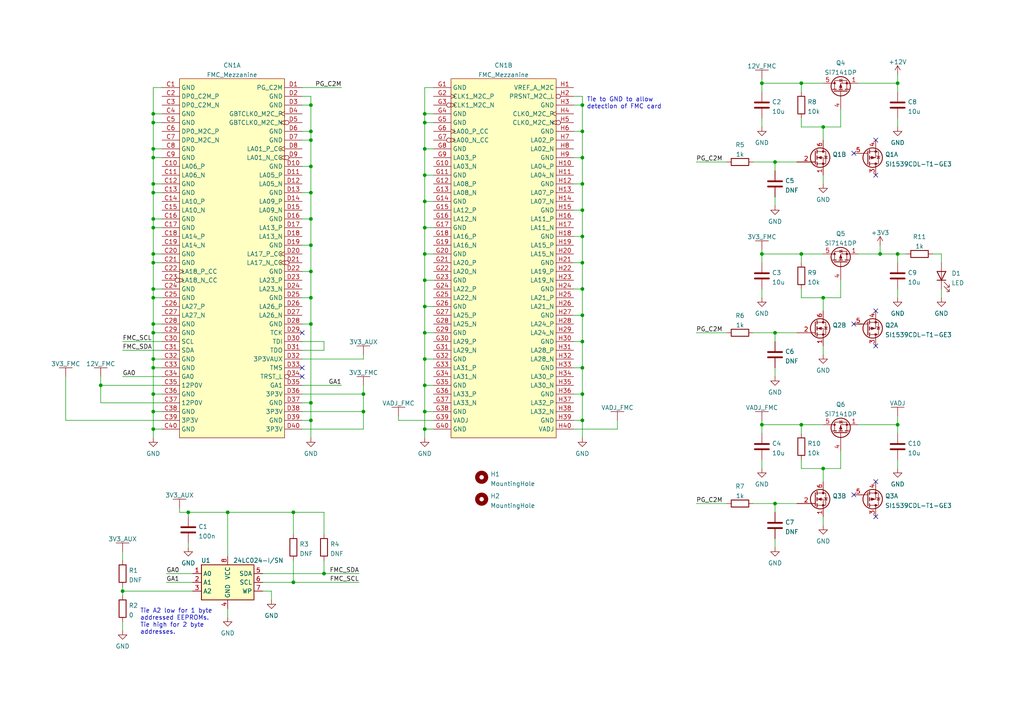
<source format=kicad_sch>
(kicad_sch (version 20210621) (generator eeschema)
  (paper "A4")
  (lib_symbols
    (symbol "3V3_FMC_1" (power) (in_bom no) (on_board no)
      (property "Value" "3V3_FMC_1" (at 0 3.81 0))
      (symbol "3V3_FMC_1_1_1"
        (pin power_in line (at 0 0 90) (length 0) hide (name "3V3_FMC") (number "1"))
      )
    )
    (symbol "3V3_FMC_2" (power) (in_bom no) (on_board no)
      (property "Value" "3V3_FMC_2" (at 0 3.81 0))
      (symbol "3V3_FMC_2_1_1"
        (pin power_in line (at 0 0 90) (length 0) hide (name "3V3_FMC") (number "1"))
      )
    )
    (symbol "Connector_WUT:FMC_Mezzanine"
      (property "Reference" "CN" (at 0 3.81 0))
      (property "Value" "FMC_Mezzanine" (at 0 -104.14 0))
      (symbol "FMC_Mezzanine_1_1"
        (pin power_in line (at -20.32 0 0) (length 5.08) (name "GND") (number "C1"))
        (pin passive line (at -20.32 -22.86 0) (length 5.08) (name "LA06_P") (number "C10"))
        (pin passive line (at -20.32 -25.4 0) (length 5.08) (name "LA06_N") (number "C11"))
        (pin power_in line (at -20.32 -27.94 0) (length 5.08) (name "GND") (number "C12"))
        (pin power_in line (at -20.32 -30.48 0) (length 5.08) (name "GND") (number "C13"))
        (pin passive line (at -20.32 -33.02 0) (length 5.08) (name "LA10_P") (number "C14"))
        (pin passive line (at -20.32 -35.56 0) (length 5.08) (name "LA10_N") (number "C15"))
        (pin power_in line (at -20.32 -38.1 0) (length 5.08) (name "GND") (number "C16"))
        (pin power_in line (at -20.32 -40.64 0) (length 5.08) (name "GND") (number "C17"))
        (pin passive line (at -20.32 -43.18 0) (length 5.08) (name "LA14_P") (number "C18"))
        (pin passive line (at -20.32 -45.72 0) (length 5.08) (name "LA14_N") (number "C19"))
        (pin input line (at -20.32 -2.54 0) (length 5.08) (name "DP0_C2M_P") (number "C2"))
        (pin power_in line (at -20.32 -48.26 0) (length 5.08) (name "GND") (number "C20"))
        (pin power_in line (at -20.32 -50.8 0) (length 5.08) (name "GND") (number "C21"))
        (pin bidirectional clock (at -20.32 -53.34 0) (length 5.08) (name "LA18_P_CC") (number "C22"))
        (pin bidirectional inverted_clock (at -20.32 -55.88 0) (length 5.08) (name "LA18_N_CC") (number "C23"))
        (pin power_in line (at -20.32 -58.42 0) (length 5.08) (name "GND") (number "C24"))
        (pin power_in line (at -20.32 -60.96 0) (length 5.08) (name "GND") (number "C25"))
        (pin passive line (at -20.32 -63.5 0) (length 5.08) (name "LA27_P") (number "C26"))
        (pin passive line (at -20.32 -66.04 0) (length 5.08) (name "LA27_N") (number "C27"))
        (pin power_in line (at -20.32 -68.58 0) (length 5.08) (name "GND") (number "C28"))
        (pin power_in line (at -20.32 -71.12 0) (length 5.08) (name "GND") (number "C29"))
        (pin input line (at -20.32 -5.08 0) (length 5.08) (name "DP0_C2M_N") (number "C3"))
        (pin input line (at -20.32 -73.66 0) (length 5.08) (name "SCL") (number "C30"))
        (pin bidirectional line (at -20.32 -76.2 0) (length 5.08) (name "SDA") (number "C31"))
        (pin power_in line (at -20.32 -78.74 0) (length 5.08) (name "GND") (number "C32"))
        (pin power_in line (at -20.32 -81.28 0) (length 5.08) (name "GND") (number "C33"))
        (pin input line (at -20.32 -83.82 0) (length 5.08) (name "GA0") (number "C34"))
        (pin input line (at -20.32 -86.36 0) (length 5.08) (name "12P0V") (number "C35"))
        (pin power_in line (at -20.32 -88.9 0) (length 5.08) (name "GND") (number "C36"))
        (pin input line (at -20.32 -91.44 0) (length 5.08) (name "12P0V") (number "C37"))
        (pin power_in line (at -20.32 -93.98 0) (length 5.08) (name "GND") (number "C38"))
        (pin power_in line (at -20.32 -96.52 0) (length 5.08) (name "3P3V") (number "C39"))
        (pin power_in line (at -20.32 -7.62 0) (length 5.08) (name "GND") (number "C4"))
        (pin power_in line (at -20.32 -99.06 0) (length 5.08) (name "GND") (number "C40"))
        (pin power_in line (at -20.32 -10.16 0) (length 5.08) (name "GND") (number "C5"))
        (pin output line (at -20.32 -12.7 0) (length 5.08) (name "DP0_M2C_P") (number "C6"))
        (pin output line (at -20.32 -15.24 0) (length 5.08) (name "DP0_M2C_N") (number "C7"))
        (pin power_in line (at -20.32 -17.78 0) (length 5.08) (name "GND") (number "C8"))
        (pin power_in line (at -20.32 -20.32 0) (length 5.08) (name "GND") (number "C9"))
        (pin input line (at 20.32 0 180) (length 5.08) (name "PG_C2M") (number "D1"))
        (pin power_in line (at 20.32 -22.86 180) (length 5.08) (name "GND") (number "D10"))
        (pin passive line (at 20.32 -25.4 180) (length 5.08) (name "LA05_P") (number "D11"))
        (pin passive line (at 20.32 -27.94 180) (length 5.08) (name "LA05_N") (number "D12"))
        (pin power_in line (at 20.32 -30.48 180) (length 5.08) (name "GND") (number "D13"))
        (pin passive line (at 20.32 -33.02 180) (length 5.08) (name "LA09_P") (number "D14"))
        (pin passive line (at 20.32 -35.56 180) (length 5.08) (name "LA09_N") (number "D15"))
        (pin power_in line (at 20.32 -38.1 180) (length 5.08) (name "GND") (number "D16"))
        (pin passive line (at 20.32 -40.64 180) (length 5.08) (name "LA13_P") (number "D17"))
        (pin passive line (at 20.32 -43.18 180) (length 5.08) (name "LA13_N") (number "D18"))
        (pin power_in line (at 20.32 -45.72 180) (length 5.08) (name "GND") (number "D19"))
        (pin power_in line (at 20.32 -2.54 180) (length 5.08) (name "GND") (number "D2"))
        (pin bidirectional clock (at 20.32 -48.26 180) (length 5.08) (name "LA17_P_CC") (number "D20"))
        (pin bidirectional inverted_clock (at 20.32 -50.8 180) (length 5.08) (name "LA17_N_CC") (number "D21"))
        (pin power_in line (at 20.32 -53.34 180) (length 5.08) (name "GND") (number "D22"))
        (pin passive line (at 20.32 -55.88 180) (length 5.08) (name "LA23_P") (number "D23"))
        (pin passive line (at 20.32 -58.42 180) (length 5.08) (name "LA23_N") (number "D24"))
        (pin power_in line (at 20.32 -60.96 180) (length 5.08) (name "GND") (number "D25"))
        (pin passive line (at 20.32 -63.5 180) (length 5.08) (name "LA26_P") (number "D26"))
        (pin passive line (at 20.32 -66.04 180) (length 5.08) (name "LA26_N") (number "D27"))
        (pin power_in line (at 20.32 -68.58 180) (length 5.08) (name "GND") (number "D28"))
        (pin input line (at 20.32 -71.12 180) (length 5.08) (name "TCK") (number "D29"))
        (pin power_in line (at 20.32 -5.08 180) (length 5.08) (name "GND") (number "D3"))
        (pin input line (at 20.32 -73.66 180) (length 5.08) (name "TDI") (number "D30"))
        (pin output line (at 20.32 -76.2 180) (length 5.08) (name "TDO") (number "D31"))
        (pin power_in line (at 20.32 -78.74 180) (length 5.08) (name "3P3VAUX") (number "D32"))
        (pin passive line (at 20.32 -81.28 180) (length 5.08) (name "TMS") (number "D33"))
        (pin open_collector inverted (at 20.32 -83.82 180) (length 5.08) (name "TRST_L") (number "D34"))
        (pin input line (at 20.32 -86.36 180) (length 5.08) (name "GA1") (number "D35"))
        (pin power_in line (at 20.32 -88.9 180) (length 5.08) (name "3P3V") (number "D36"))
        (pin power_in line (at 20.32 -91.44 180) (length 5.08) (name "GND") (number "D37"))
        (pin power_in line (at 20.32 -93.98 180) (length 5.08) (name "3P3V") (number "D38"))
        (pin power_in line (at 20.32 -96.52 180) (length 5.08) (name "GND") (number "D39"))
        (pin passive clock (at 20.32 -7.62 180) (length 5.08) (name "GBTCLK0_M2C_P") (number "D4"))
        (pin power_in line (at 20.32 -99.06 180) (length 5.08) (name "3P3V") (number "D40"))
        (pin passive inverted_clock (at 20.32 -10.16 180) (length 5.08) (name "GBTCLK0_M2C_N") (number "D5"))
        (pin power_in line (at 20.32 -12.7 180) (length 5.08) (name "GND") (number "D6"))
        (pin power_in line (at 20.32 -15.24 180) (length 5.08) (name "GND") (number "D7"))
        (pin bidirectional clock (at 20.32 -17.78 180) (length 5.08) (name "LA01_P_CC") (number "D8"))
        (pin bidirectional inverted_clock (at 20.32 -20.32 180) (length 5.08) (name "LA01_N_CC") (number "D9"))
      )
      (symbol "FMC_Mezzanine_2_1"
        (pin power_in line (at -20.32 0 0) (length 5.08) (name "GND") (number "G1"))
        (pin passive line (at -20.32 -22.86 0) (length 5.08) (name "LA03_N") (number "G10"))
        (pin power_in line (at -20.32 -25.4 0) (length 5.08) (name "GND") (number "G11"))
        (pin passive line (at -20.32 -27.94 0) (length 5.08) (name "LA08_P") (number "G12"))
        (pin passive line (at -20.32 -30.48 0) (length 5.08) (name "LA08_N") (number "G13"))
        (pin power_in line (at -20.32 -33.02 0) (length 5.08) (name "GND") (number "G14"))
        (pin passive line (at -20.32 -35.56 0) (length 5.08) (name "LA12_P") (number "G15"))
        (pin passive line (at -20.32 -38.1 0) (length 5.08) (name "LA12_N") (number "G16"))
        (pin power_in line (at -20.32 -40.64 0) (length 5.08) (name "GND") (number "G17"))
        (pin passive line (at -20.32 -43.18 0) (length 5.08) (name "LA16_P") (number "G18"))
        (pin passive line (at -20.32 -45.72 0) (length 5.08) (name "LA16_N") (number "G19"))
        (pin bidirectional clock (at -20.32 -2.54 0) (length 5.08) (name "CLK1_M2C_P") (number "G2"))
        (pin power_in line (at -20.32 -48.26 0) (length 5.08) (name "GND") (number "G20"))
        (pin passive line (at -20.32 -50.8 0) (length 5.08) (name "LA20_P") (number "G21"))
        (pin passive line (at -20.32 -53.34 0) (length 5.08) (name "LA20_N") (number "G22"))
        (pin power_in line (at -20.32 -55.88 0) (length 5.08) (name "GND") (number "G23"))
        (pin passive line (at -20.32 -58.42 0) (length 5.08) (name "LA22_P") (number "G24"))
        (pin passive line (at -20.32 -60.96 0) (length 5.08) (name "LA22_N") (number "G25"))
        (pin power_in line (at -20.32 -63.5 0) (length 5.08) (name "GND") (number "G26"))
        (pin passive line (at -20.32 -66.04 0) (length 5.08) (name "LA25_P") (number "G27"))
        (pin passive line (at -20.32 -68.58 0) (length 5.08) (name "LA25_N") (number "G28"))
        (pin power_in line (at -20.32 -71.12 0) (length 5.08) (name "GND") (number "G29"))
        (pin bidirectional inverted_clock (at -20.32 -5.08 0) (length 5.08) (name "CLK1_M2C_N") (number "G3"))
        (pin passive line (at -20.32 -73.66 0) (length 5.08) (name "LA29_P") (number "G30"))
        (pin passive line (at -20.32 -76.2 0) (length 5.08) (name "LA29_N") (number "G31"))
        (pin power_in line (at -20.32 -78.74 0) (length 5.08) (name "GND") (number "G32"))
        (pin passive line (at -20.32 -81.28 0) (length 5.08) (name "LA31_P") (number "G33"))
        (pin passive line (at -20.32 -83.82 0) (length 5.08) (name "LA31_N") (number "G34"))
        (pin power_in line (at -20.32 -86.36 0) (length 5.08) (name "GND") (number "G35"))
        (pin passive line (at -20.32 -88.9 0) (length 5.08) (name "LA33_P") (number "G36"))
        (pin passive line (at -20.32 -91.44 0) (length 5.08) (name "LA33_N") (number "G37"))
        (pin power_in line (at -20.32 -93.98 0) (length 5.08) (name "GND") (number "G38"))
        (pin power_in line (at -20.32 -96.52 0) (length 5.08) (name "VADJ") (number "G39"))
        (pin power_in line (at -20.32 -7.62 0) (length 5.08) (name "GND") (number "G4"))
        (pin power_in line (at -20.32 -99.06 0) (length 5.08) (name "GND") (number "G40"))
        (pin power_in line (at -20.32 -10.16 0) (length 5.08) (name "GND") (number "G5"))
        (pin bidirectional clock (at -20.32 -12.7 0) (length 5.08) (name "LA00_P_CC") (number "G6"))
        (pin bidirectional inverted_clock (at -20.32 -15.24 0) (length 5.08) (name "LA00_N_CC") (number "G7"))
        (pin power_in line (at -20.32 -17.78 0) (length 5.08) (name "GND") (number "G8"))
        (pin passive line (at -20.32 -20.32 0) (length 5.08) (name "LA03_P") (number "G9"))
        (pin power_out line (at 20.32 0 180) (length 5.08) (name "VREF_A_M2C") (number "H1"))
        (pin passive line (at 20.32 -22.86 180) (length 5.08) (name "LA04_P") (number "H10"))
        (pin passive line (at 20.32 -25.4 180) (length 5.08) (name "LA04_N") (number "H11"))
        (pin power_in line (at 20.32 -27.94 180) (length 5.08) (name "GND") (number "H12"))
        (pin passive line (at 20.32 -30.48 180) (length 5.08) (name "LA07_P") (number "H13"))
        (pin passive line (at 20.32 -33.02 180) (length 5.08) (name "LA07_N") (number "H14"))
        (pin power_in line (at 20.32 -35.56 180) (length 5.08) (name "GND") (number "H15"))
        (pin passive line (at 20.32 -38.1 180) (length 5.08) (name "LA11_P") (number "H16"))
        (pin passive line (at 20.32 -40.64 180) (length 5.08) (name "LA11_N") (number "H17"))
        (pin power_in line (at 20.32 -43.18 180) (length 5.08) (name "GND") (number "H18"))
        (pin passive line (at 20.32 -45.72 180) (length 5.08) (name "LA15_P") (number "H19"))
        (pin passive inverted (at 20.32 -2.54 180) (length 5.08) (name "PRSNT_M2C_L") (number "H2"))
        (pin passive line (at 20.32 -48.26 180) (length 5.08) (name "LA15_N") (number "H20"))
        (pin power_in line (at 20.32 -50.8 180) (length 5.08) (name "GND") (number "H21"))
        (pin passive line (at 20.32 -53.34 180) (length 5.08) (name "LA19_P") (number "H22"))
        (pin passive line (at 20.32 -55.88 180) (length 5.08) (name "LA19_N") (number "H23"))
        (pin power_in line (at 20.32 -58.42 180) (length 5.08) (name "GND") (number "H24"))
        (pin passive line (at 20.32 -60.96 180) (length 5.08) (name "LA21_P") (number "H25"))
        (pin passive line (at 20.32 -63.5 180) (length 5.08) (name "LA21_N") (number "H26"))
        (pin power_in line (at 20.32 -66.04 180) (length 5.08) (name "GND") (number "H27"))
        (pin passive line (at 20.32 -68.58 180) (length 5.08) (name "LA24_P") (number "H28"))
        (pin passive line (at 20.32 -71.12 180) (length 5.08) (name "LA24_N") (number "H29"))
        (pin power_in line (at 20.32 -5.08 180) (length 5.08) (name "GND") (number "H3"))
        (pin power_in line (at 20.32 -73.66 180) (length 5.08) (name "GND") (number "H30"))
        (pin passive line (at 20.32 -76.2 180) (length 5.08) (name "LA28_P") (number "H31"))
        (pin passive line (at 20.32 -78.74 180) (length 5.08) (name "LA28_N") (number "H32"))
        (pin power_in line (at 20.32 -81.28 180) (length 5.08) (name "GND") (number "H33"))
        (pin passive line (at 20.32 -83.82 180) (length 5.08) (name "LA30_P") (number "H34"))
        (pin passive line (at 20.32 -86.36 180) (length 5.08) (name "LA30_N") (number "H35"))
        (pin power_in line (at 20.32 -88.9 180) (length 5.08) (name "GND") (number "H36"))
        (pin passive line (at 20.32 -91.44 180) (length 5.08) (name "LA32_P") (number "H37"))
        (pin passive line (at 20.32 -93.98 180) (length 5.08) (name "LA32_N") (number "H38"))
        (pin power_in line (at 20.32 -96.52 180) (length 5.08) (name "GND") (number "H39"))
        (pin bidirectional clock (at 20.32 -7.62 180) (length 5.08) (name "CLK0_M2C_P") (number "H4"))
        (pin power_in line (at 20.32 -99.06 180) (length 5.08) (name "VADJ") (number "H40"))
        (pin bidirectional inverted_clock (at 20.32 -10.16 180) (length 5.08) (name "CLK0_M2C_N") (number "H5"))
        (pin power_in line (at 20.32 -12.7 180) (length 5.08) (name "GND") (number "H6"))
        (pin passive line (at 20.32 -15.24 180) (length 5.08) (name "LA02_P") (number "H7"))
        (pin passive line (at 20.32 -17.78 180) (length 5.08) (name "LA02_N") (number "H8"))
        (pin power_in line (at 20.32 -20.32 180) (length 5.08) (name "GND") (number "H9"))
      )
    )
    (symbol "Device:C" (pin_numbers hide) (pin_names (offset 0.254))
      (property "Reference" "C" (at 0.635 2.54 0))
      (property "Value" "C" (at 0.635 -2.54 0))
      (symbol "C_1_1"
        (pin passive line (at 0 3.81 270) (length 2.794) (name "~") (number "1"))
        (pin passive line (at 0 -3.81 90) (length 2.794) (name "~") (number "2"))
      )
    )
    (symbol "Device:LED" (pin_numbers hide) (pin_names (offset 1.016) hide)
      (property "Reference" "D" (at 0 2.54 0))
      (property "Value" "LED" (at 0 -2.54 0))
      (symbol "LED_1_1"
        (pin passive line (at -3.81 0 0) (length 2.54) (name "K") (number "1"))
        (pin passive line (at 3.81 0 180) (length 2.54) (name "A") (number "2"))
      )
    )
    (symbol "Device:R" (pin_numbers hide) (pin_names (offset 0))
      (property "Reference" "R" (at 2.032 0 90))
      (property "Value" "R" (at 0 0 90))
      (symbol "R_1_1"
        (pin passive line (at 0 3.81 270) (length 1.27) (name "~") (number "1"))
        (pin passive line (at 0 -3.81 90) (length 1.27) (name "~") (number "2"))
      )
    )
    (symbol "FET_WUT:SI1539CDL-T1-GE3" (pin_names (offset 1.016))
      (property "Reference" "Q" (at 2.54 2.54 0))
      (property "Value" "SI1539CDL-T1-GE3" (at 11.43 -2.54 0))
      (symbol "SI1539CDL-T1-GE3_1_1"
        (pin passive line (at 0 -5.08 90) (length 2.54) (name "~") (number "3"))
        (pin passive line (at 0 5.08 270) (length 2.54) (name "~") (number "4"))
        (pin input line (at -6.35 1.27 0) (length 2.54) (name "~") (number "5"))
      )
      (symbol "SI1539CDL-T1-GE3_2_1"
        (pin passive line (at 0 -5.08 90) (length 2.54) (name "~") (number "1"))
        (pin input line (at -7.62 -1.27 0) (length 5.334) (name "~") (number "2"))
        (pin passive line (at 0 5.08 270) (length 2.54) (name "~") (number "6"))
      )
    )
    (symbol "Mechanical:MountingHole" (pin_names (offset 1.016))
      (property "Reference" "H" (at 0 5.08 0))
      (property "Value" "MountingHole" (at 0 3.175 0))
    )
    (symbol "Memory_EEPROM:24LC02"
      (property "Reference" "U" (at -6.35 6.35 0))
      (property "Value" "24LC02" (at 1.27 6.35 0))
      (symbol "24LC02_1_1"
        (pin input line (at -10.16 2.54 0) (length 2.54) (name "A0") (number "1"))
        (pin input line (at -10.16 0 0) (length 2.54) (name "A1") (number "2"))
        (pin input line (at -10.16 -2.54 0) (length 2.54) (name "A2") (number "3"))
        (pin power_in line (at 0 -7.62 90) (length 2.54) (name "GND") (number "4"))
        (pin bidirectional line (at 10.16 2.54 180) (length 2.54) (name "SDA") (number "5"))
        (pin input line (at 10.16 0 180) (length 2.54) (name "SCL") (number "6"))
        (pin input line (at 10.16 -2.54 180) (length 2.54) (name "WP") (number "7"))
        (pin power_in line (at 0 7.62 270) (length 2.54) (name "VCC") (number "8"))
      )
    )
    (symbol "Power_WUT:12V_FMC" (power) (in_bom no) (on_board no)
      (property "Value" "12V_FMC" (at 0 3.81 0))
      (symbol "12V_FMC_1_1"
        (pin power_in line (at 0 0 90) (length 0) hide (name "12V_FMC") (number "1"))
      )
    )
    (symbol "Power_WUT:3V3_AUX" (power) (in_bom no) (on_board no)
      (property "Value" "3V3_AUX" (at 0 3.81 0))
      (symbol "3V3_AUX_1_1"
        (pin power_in line (at 0 0 90) (length 0) hide (name "3V3_AUX") (number "1"))
      )
    )
    (symbol "Power_WUT:3V3_FMC" (power) (in_bom no) (on_board no)
      (property "Value" "3V3_FMC" (at 0 3.81 0))
      (symbol "3V3_FMC_1_1"
        (pin power_in line (at 0 0 90) (length 0) hide (name "3V3_FMC") (number "1"))
      )
    )
    (symbol "Power_WUT:VADJ" (power) (in_bom no) (on_board no)
      (property "Value" "VADJ" (at 0 3.81 0))
      (symbol "VADJ_1_1"
        (pin power_in line (at 0 0 90) (length 0) hide (name "VADJ") (number "1"))
      )
    )
    (symbol "Power_WUT:VADJ_FMC" (power) (in_bom no) (on_board no)
      (property "Value" "VADJ_FMC" (at 0 3.81 0))
      (symbol "VADJ_FMC_1_1"
        (pin power_in line (at 0 0 90) (length 0) hide (name "VADJ_FMC") (number "1"))
      )
    )
    (symbol "Transistor_FET:Si7141DP" (pin_names hide)
      (property "Reference" "Q" (at 5.08 1.905 0))
      (property "Value" "Si7141DP" (at 5.08 0 0))
      (symbol "Si7141DP_1_1"
        (pin passive line (at 2.54 -5.08 90) (length 2.54) (name "S") (number "1"))
        (pin passive line (at 2.54 -5.08 90) (length 2.54) hide (name "S") (number "2"))
        (pin passive line (at 2.54 -5.08 90) (length 2.54) hide (name "S") (number "3"))
        (pin input line (at -5.08 0 0) (length 2.54) (name "G") (number "4"))
        (pin passive line (at 2.54 5.08 270) (length 2.54) (name "D") (number "5"))
      )
    )
    (symbol "power:+12V" (power) (pin_names (offset 0))
      (property "Value" "+12V" (at 0 3.556 0))
      (symbol "+12V_1_1"
        (pin power_in line (at 0 0 90) (length 0) hide (name "+12V") (number "1"))
      )
    )
    (symbol "power:+3.3V" (power) (pin_names (offset 0))
      (property "Value" "+3.3V" (at 0 3.556 0))
      (symbol "+3.3V_1_1"
        (pin power_in line (at 0 0 90) (length 0) hide (name "+3V3") (number "1"))
      )
    )
    (symbol "power:GND" (power) (pin_names (offset 0))
      (property "Value" "GND" (at 0 -3.81 0))
      (symbol "GND_1_1"
        (pin power_in line (at 0 0 270) (length 0) hide (name "GND") (number "1"))
      )
    )
  )
  (junction (at 29.21 111.76))
  (junction (at 35.56 171.45))
  (junction (at 44.45 33.02))
  (junction (at 44.45 35.56))
  (junction (at 44.45 43.18))
  (junction (at 44.45 45.72))
  (junction (at 44.45 53.34))
  (junction (at 44.45 55.88))
  (junction (at 44.45 63.5))
  (junction (at 44.45 66.04))
  (junction (at 44.45 73.66))
  (junction (at 44.45 76.2))
  (junction (at 44.45 83.82))
  (junction (at 44.45 86.36))
  (junction (at 44.45 93.98))
  (junction (at 44.45 96.52))
  (junction (at 44.45 104.14))
  (junction (at 44.45 106.68))
  (junction (at 44.45 114.3))
  (junction (at 44.45 119.38))
  (junction (at 44.45 124.46))
  (junction (at 54.61 148.59))
  (junction (at 66.04 148.59))
  (junction (at 85.09 148.59))
  (junction (at 85.09 168.91))
  (junction (at 90.17 30.48))
  (junction (at 90.17 38.1))
  (junction (at 90.17 40.64))
  (junction (at 90.17 48.26))
  (junction (at 90.17 55.88))
  (junction (at 90.17 63.5))
  (junction (at 90.17 71.12))
  (junction (at 90.17 78.74))
  (junction (at 90.17 86.36))
  (junction (at 90.17 93.98))
  (junction (at 90.17 116.84))
  (junction (at 90.17 121.92))
  (junction (at 93.98 166.37))
  (junction (at 105.41 114.3))
  (junction (at 105.41 119.38))
  (junction (at 123.19 33.02))
  (junction (at 123.19 35.56))
  (junction (at 123.19 43.18))
  (junction (at 123.19 50.8))
  (junction (at 123.19 58.42))
  (junction (at 123.19 66.04))
  (junction (at 123.19 73.66))
  (junction (at 123.19 81.28))
  (junction (at 123.19 88.9))
  (junction (at 123.19 96.52))
  (junction (at 123.19 104.14))
  (junction (at 123.19 111.76))
  (junction (at 123.19 119.38))
  (junction (at 123.19 124.46))
  (junction (at 168.91 30.48))
  (junction (at 168.91 38.1))
  (junction (at 168.91 45.72))
  (junction (at 168.91 53.34))
  (junction (at 168.91 60.96))
  (junction (at 168.91 68.58))
  (junction (at 168.91 76.2))
  (junction (at 168.91 83.82))
  (junction (at 168.91 91.44))
  (junction (at 168.91 99.06))
  (junction (at 168.91 106.68))
  (junction (at 168.91 114.3))
  (junction (at 168.91 121.92))
  (junction (at 220.98 24.13))
  (junction (at 220.98 73.66))
  (junction (at 220.98 123.19))
  (junction (at 224.79 46.99))
  (junction (at 224.79 96.52))
  (junction (at 224.79 146.05))
  (junction (at 232.41 24.13))
  (junction (at 232.41 73.66))
  (junction (at 232.41 123.19))
  (junction (at 238.76 36.83))
  (junction (at 238.76 86.36))
  (junction (at 238.76 135.89))
  (junction (at 255.27 73.66))
  (junction (at 260.35 24.13))
  (junction (at 260.35 73.66))
  (junction (at 260.35 123.19))
  (no_connect (at 87.63 96.52))
  (no_connect (at 87.63 106.68))
  (no_connect (at 87.63 109.22))
  (no_connect (at 247.65 44.45))
  (no_connect (at 247.65 93.98))
  (no_connect (at 247.65 143.51))
  (no_connect (at 254 40.64))
  (no_connect (at 254 50.8))
  (no_connect (at 254 90.17))
  (no_connect (at 254 100.33))
  (no_connect (at 254 139.7))
  (no_connect (at 254 149.86))
  (wire (pts (xy 19.05 109.22) (xy 19.05 121.92)))
  (wire (pts (xy 19.05 121.92) (xy 46.99 121.92)))
  (wire (pts (xy 29.21 109.22) (xy 29.21 111.76)))
  (wire (pts (xy 29.21 111.76) (xy 29.21 116.84)))
  (wire (pts (xy 29.21 111.76) (xy 46.99 111.76)))
  (wire (pts (xy 29.21 116.84) (xy 46.99 116.84)))
  (wire (pts (xy 35.56 99.06) (xy 46.99 99.06)))
  (wire (pts (xy 35.56 101.6) (xy 46.99 101.6)))
  (wire (pts (xy 35.56 109.22) (xy 46.99 109.22)))
  (wire (pts (xy 35.56 160.02) (xy 35.56 162.56)))
  (wire (pts (xy 35.56 170.18) (xy 35.56 171.45)))
  (wire (pts (xy 35.56 171.45) (xy 35.56 172.72)))
  (wire (pts (xy 35.56 171.45) (xy 55.88 171.45)))
  (wire (pts (xy 35.56 180.34) (xy 35.56 182.88)))
  (wire (pts (xy 44.45 25.4) (xy 46.99 25.4)))
  (wire (pts (xy 44.45 33.02) (xy 44.45 25.4)))
  (wire (pts (xy 44.45 33.02) (xy 46.99 33.02)))
  (wire (pts (xy 44.45 35.56) (xy 44.45 33.02)))
  (wire (pts (xy 44.45 35.56) (xy 46.99 35.56)))
  (wire (pts (xy 44.45 43.18) (xy 44.45 35.56)))
  (wire (pts (xy 44.45 43.18) (xy 46.99 43.18)))
  (wire (pts (xy 44.45 45.72) (xy 44.45 43.18)))
  (wire (pts (xy 44.45 45.72) (xy 46.99 45.72)))
  (wire (pts (xy 44.45 53.34) (xy 44.45 45.72)))
  (wire (pts (xy 44.45 53.34) (xy 46.99 53.34)))
  (wire (pts (xy 44.45 55.88) (xy 44.45 53.34)))
  (wire (pts (xy 44.45 55.88) (xy 46.99 55.88)))
  (wire (pts (xy 44.45 63.5) (xy 44.45 55.88)))
  (wire (pts (xy 44.45 63.5) (xy 46.99 63.5)))
  (wire (pts (xy 44.45 66.04) (xy 44.45 63.5)))
  (wire (pts (xy 44.45 66.04) (xy 46.99 66.04)))
  (wire (pts (xy 44.45 73.66) (xy 44.45 66.04)))
  (wire (pts (xy 44.45 73.66) (xy 46.99 73.66)))
  (wire (pts (xy 44.45 76.2) (xy 44.45 73.66)))
  (wire (pts (xy 44.45 76.2) (xy 46.99 76.2)))
  (wire (pts (xy 44.45 83.82) (xy 44.45 76.2)))
  (wire (pts (xy 44.45 83.82) (xy 46.99 83.82)))
  (wire (pts (xy 44.45 86.36) (xy 44.45 83.82)))
  (wire (pts (xy 44.45 86.36) (xy 46.99 86.36)))
  (wire (pts (xy 44.45 93.98) (xy 44.45 86.36)))
  (wire (pts (xy 44.45 93.98) (xy 46.99 93.98)))
  (wire (pts (xy 44.45 96.52) (xy 44.45 93.98)))
  (wire (pts (xy 44.45 96.52) (xy 46.99 96.52)))
  (wire (pts (xy 44.45 104.14) (xy 44.45 96.52)))
  (wire (pts (xy 44.45 104.14) (xy 46.99 104.14)))
  (wire (pts (xy 44.45 106.68) (xy 44.45 104.14)))
  (wire (pts (xy 44.45 106.68) (xy 46.99 106.68)))
  (wire (pts (xy 44.45 114.3) (xy 44.45 106.68)))
  (wire (pts (xy 44.45 114.3) (xy 46.99 114.3)))
  (wire (pts (xy 44.45 119.38) (xy 44.45 114.3)))
  (wire (pts (xy 44.45 119.38) (xy 46.99 119.38)))
  (wire (pts (xy 44.45 124.46) (xy 44.45 119.38)))
  (wire (pts (xy 44.45 124.46) (xy 46.99 124.46)))
  (wire (pts (xy 44.45 127) (xy 44.45 124.46)))
  (wire (pts (xy 48.26 166.37) (xy 55.88 166.37)))
  (wire (pts (xy 48.26 168.91) (xy 55.88 168.91)))
  (wire (pts (xy 52.07 147.32) (xy 52.07 148.59)))
  (wire (pts (xy 52.07 148.59) (xy 54.61 148.59)))
  (wire (pts (xy 54.61 148.59) (xy 54.61 149.86)))
  (wire (pts (xy 54.61 148.59) (xy 66.04 148.59)))
  (wire (pts (xy 54.61 157.48) (xy 54.61 158.75)))
  (wire (pts (xy 66.04 148.59) (xy 66.04 161.29)))
  (wire (pts (xy 66.04 148.59) (xy 85.09 148.59)))
  (wire (pts (xy 66.04 176.53) (xy 66.04 179.07)))
  (wire (pts (xy 76.2 166.37) (xy 93.98 166.37)))
  (wire (pts (xy 76.2 168.91) (xy 85.09 168.91)))
  (wire (pts (xy 76.2 171.45) (xy 78.74 171.45)))
  (wire (pts (xy 78.74 171.45) (xy 78.74 173.99)))
  (wire (pts (xy 85.09 148.59) (xy 85.09 154.94)))
  (wire (pts (xy 85.09 148.59) (xy 93.98 148.59)))
  (wire (pts (xy 85.09 162.56) (xy 85.09 168.91)))
  (wire (pts (xy 85.09 168.91) (xy 104.14 168.91)))
  (wire (pts (xy 87.63 25.4) (xy 99.06 25.4)))
  (wire (pts (xy 87.63 30.48) (xy 90.17 30.48)))
  (wire (pts (xy 87.63 38.1) (xy 90.17 38.1)))
  (wire (pts (xy 87.63 40.64) (xy 90.17 40.64)))
  (wire (pts (xy 87.63 48.26) (xy 90.17 48.26)))
  (wire (pts (xy 87.63 55.88) (xy 90.17 55.88)))
  (wire (pts (xy 87.63 63.5) (xy 90.17 63.5)))
  (wire (pts (xy 87.63 71.12) (xy 90.17 71.12)))
  (wire (pts (xy 87.63 78.74) (xy 90.17 78.74)))
  (wire (pts (xy 87.63 86.36) (xy 90.17 86.36)))
  (wire (pts (xy 87.63 93.98) (xy 90.17 93.98)))
  (wire (pts (xy 87.63 99.06) (xy 93.98 99.06)))
  (wire (pts (xy 87.63 104.14) (xy 105.41 104.14)))
  (wire (pts (xy 87.63 114.3) (xy 105.41 114.3)))
  (wire (pts (xy 87.63 116.84) (xy 90.17 116.84)))
  (wire (pts (xy 87.63 119.38) (xy 105.41 119.38)))
  (wire (pts (xy 87.63 121.92) (xy 90.17 121.92)))
  (wire (pts (xy 87.63 124.46) (xy 105.41 124.46)))
  (wire (pts (xy 90.17 27.94) (xy 87.63 27.94)))
  (wire (pts (xy 90.17 30.48) (xy 90.17 27.94)))
  (wire (pts (xy 90.17 38.1) (xy 90.17 30.48)))
  (wire (pts (xy 90.17 40.64) (xy 90.17 38.1)))
  (wire (pts (xy 90.17 48.26) (xy 90.17 40.64)))
  (wire (pts (xy 90.17 55.88) (xy 90.17 48.26)))
  (wire (pts (xy 90.17 63.5) (xy 90.17 55.88)))
  (wire (pts (xy 90.17 71.12) (xy 90.17 63.5)))
  (wire (pts (xy 90.17 78.74) (xy 90.17 71.12)))
  (wire (pts (xy 90.17 86.36) (xy 90.17 78.74)))
  (wire (pts (xy 90.17 93.98) (xy 90.17 86.36)))
  (wire (pts (xy 90.17 116.84) (xy 90.17 93.98)))
  (wire (pts (xy 90.17 121.92) (xy 90.17 116.84)))
  (wire (pts (xy 90.17 127) (xy 90.17 121.92)))
  (wire (pts (xy 93.98 99.06) (xy 93.98 101.6)))
  (wire (pts (xy 93.98 101.6) (xy 87.63 101.6)))
  (wire (pts (xy 93.98 148.59) (xy 93.98 154.94)))
  (wire (pts (xy 93.98 162.56) (xy 93.98 166.37)))
  (wire (pts (xy 93.98 166.37) (xy 104.14 166.37)))
  (wire (pts (xy 99.06 111.76) (xy 87.63 111.76)))
  (wire (pts (xy 105.41 104.14) (xy 105.41 102.87)))
  (wire (pts (xy 105.41 111.76) (xy 105.41 114.3)))
  (wire (pts (xy 105.41 114.3) (xy 105.41 119.38)))
  (wire (pts (xy 105.41 119.38) (xy 105.41 124.46)))
  (wire (pts (xy 115.57 121.92) (xy 115.57 120.65)))
  (wire (pts (xy 123.19 25.4) (xy 125.73 25.4)))
  (wire (pts (xy 123.19 33.02) (xy 123.19 25.4)))
  (wire (pts (xy 123.19 33.02) (xy 125.73 33.02)))
  (wire (pts (xy 123.19 35.56) (xy 123.19 33.02)))
  (wire (pts (xy 123.19 35.56) (xy 125.73 35.56)))
  (wire (pts (xy 123.19 43.18) (xy 123.19 35.56)))
  (wire (pts (xy 123.19 43.18) (xy 125.73 43.18)))
  (wire (pts (xy 123.19 50.8) (xy 123.19 43.18)))
  (wire (pts (xy 123.19 50.8) (xy 125.73 50.8)))
  (wire (pts (xy 123.19 58.42) (xy 123.19 50.8)))
  (wire (pts (xy 123.19 58.42) (xy 125.73 58.42)))
  (wire (pts (xy 123.19 66.04) (xy 123.19 58.42)))
  (wire (pts (xy 123.19 66.04) (xy 125.73 66.04)))
  (wire (pts (xy 123.19 73.66) (xy 123.19 66.04)))
  (wire (pts (xy 123.19 73.66) (xy 125.73 73.66)))
  (wire (pts (xy 123.19 81.28) (xy 123.19 73.66)))
  (wire (pts (xy 123.19 81.28) (xy 125.73 81.28)))
  (wire (pts (xy 123.19 88.9) (xy 123.19 81.28)))
  (wire (pts (xy 123.19 88.9) (xy 125.73 88.9)))
  (wire (pts (xy 123.19 96.52) (xy 123.19 88.9)))
  (wire (pts (xy 123.19 96.52) (xy 125.73 96.52)))
  (wire (pts (xy 123.19 104.14) (xy 123.19 96.52)))
  (wire (pts (xy 123.19 104.14) (xy 125.73 104.14)))
  (wire (pts (xy 123.19 111.76) (xy 123.19 104.14)))
  (wire (pts (xy 123.19 111.76) (xy 125.73 111.76)))
  (wire (pts (xy 123.19 119.38) (xy 123.19 111.76)))
  (wire (pts (xy 123.19 119.38) (xy 125.73 119.38)))
  (wire (pts (xy 123.19 124.46) (xy 123.19 119.38)))
  (wire (pts (xy 123.19 124.46) (xy 125.73 124.46)))
  (wire (pts (xy 123.19 127) (xy 123.19 124.46)))
  (wire (pts (xy 125.73 121.92) (xy 115.57 121.92)))
  (wire (pts (xy 166.37 27.94) (xy 168.91 27.94)))
  (wire (pts (xy 166.37 38.1) (xy 168.91 38.1)))
  (wire (pts (xy 166.37 45.72) (xy 168.91 45.72)))
  (wire (pts (xy 166.37 53.34) (xy 168.91 53.34)))
  (wire (pts (xy 166.37 60.96) (xy 168.91 60.96)))
  (wire (pts (xy 166.37 68.58) (xy 168.91 68.58)))
  (wire (pts (xy 166.37 76.2) (xy 168.91 76.2)))
  (wire (pts (xy 166.37 83.82) (xy 168.91 83.82)))
  (wire (pts (xy 166.37 91.44) (xy 168.91 91.44)))
  (wire (pts (xy 166.37 99.06) (xy 168.91 99.06)))
  (wire (pts (xy 166.37 106.68) (xy 168.91 106.68)))
  (wire (pts (xy 166.37 114.3) (xy 168.91 114.3)))
  (wire (pts (xy 166.37 121.92) (xy 168.91 121.92)))
  (wire (pts (xy 166.37 124.46) (xy 179.07 124.46)))
  (wire (pts (xy 168.91 27.94) (xy 168.91 30.48)))
  (wire (pts (xy 168.91 30.48) (xy 166.37 30.48)))
  (wire (pts (xy 168.91 38.1) (xy 168.91 30.48)))
  (wire (pts (xy 168.91 45.72) (xy 168.91 38.1)))
  (wire (pts (xy 168.91 53.34) (xy 168.91 45.72)))
  (wire (pts (xy 168.91 60.96) (xy 168.91 53.34)))
  (wire (pts (xy 168.91 68.58) (xy 168.91 60.96)))
  (wire (pts (xy 168.91 76.2) (xy 168.91 68.58)))
  (wire (pts (xy 168.91 83.82) (xy 168.91 76.2)))
  (wire (pts (xy 168.91 91.44) (xy 168.91 83.82)))
  (wire (pts (xy 168.91 99.06) (xy 168.91 91.44)))
  (wire (pts (xy 168.91 106.68) (xy 168.91 99.06)))
  (wire (pts (xy 168.91 114.3) (xy 168.91 106.68)))
  (wire (pts (xy 168.91 121.92) (xy 168.91 114.3)))
  (wire (pts (xy 168.91 127) (xy 168.91 121.92)))
  (wire (pts (xy 179.07 124.46) (xy 179.07 121.92)))
  (wire (pts (xy 201.93 46.99) (xy 210.82 46.99)))
  (wire (pts (xy 201.93 96.52) (xy 210.82 96.52)))
  (wire (pts (xy 201.93 146.05) (xy 210.82 146.05)))
  (wire (pts (xy 218.44 46.99) (xy 224.79 46.99)))
  (wire (pts (xy 218.44 96.52) (xy 224.79 96.52)))
  (wire (pts (xy 218.44 146.05) (xy 224.79 146.05)))
  (wire (pts (xy 220.98 24.13) (xy 220.98 22.86)))
  (wire (pts (xy 220.98 24.13) (xy 220.98 26.67)))
  (wire (pts (xy 220.98 34.29) (xy 220.98 36.83)))
  (wire (pts (xy 220.98 73.66) (xy 220.98 72.39)))
  (wire (pts (xy 220.98 73.66) (xy 220.98 76.2)))
  (wire (pts (xy 220.98 83.82) (xy 220.98 86.36)))
  (wire (pts (xy 220.98 123.19) (xy 220.98 121.92)))
  (wire (pts (xy 220.98 123.19) (xy 220.98 125.73)))
  (wire (pts (xy 220.98 133.35) (xy 220.98 135.89)))
  (wire (pts (xy 224.79 46.99) (xy 224.79 49.53)))
  (wire (pts (xy 224.79 46.99) (xy 231.14 46.99)))
  (wire (pts (xy 224.79 57.15) (xy 224.79 59.69)))
  (wire (pts (xy 224.79 96.52) (xy 224.79 99.06)))
  (wire (pts (xy 224.79 96.52) (xy 231.14 96.52)))
  (wire (pts (xy 224.79 106.68) (xy 224.79 109.22)))
  (wire (pts (xy 224.79 146.05) (xy 224.79 148.59)))
  (wire (pts (xy 224.79 146.05) (xy 231.14 146.05)))
  (wire (pts (xy 224.79 156.21) (xy 224.79 158.75)))
  (wire (pts (xy 232.41 24.13) (xy 220.98 24.13)))
  (wire (pts (xy 232.41 24.13) (xy 232.41 26.67)))
  (wire (pts (xy 232.41 34.29) (xy 232.41 36.83)))
  (wire (pts (xy 232.41 36.83) (xy 238.76 36.83)))
  (wire (pts (xy 232.41 73.66) (xy 220.98 73.66)))
  (wire (pts (xy 232.41 73.66) (xy 232.41 76.2)))
  (wire (pts (xy 232.41 83.82) (xy 232.41 86.36)))
  (wire (pts (xy 232.41 86.36) (xy 238.76 86.36)))
  (wire (pts (xy 232.41 123.19) (xy 220.98 123.19)))
  (wire (pts (xy 232.41 123.19) (xy 232.41 125.73)))
  (wire (pts (xy 232.41 133.35) (xy 232.41 135.89)))
  (wire (pts (xy 232.41 135.89) (xy 238.76 135.89)))
  (wire (pts (xy 238.76 24.13) (xy 232.41 24.13)))
  (wire (pts (xy 238.76 36.83) (xy 238.76 40.64)))
  (wire (pts (xy 238.76 36.83) (xy 243.84 36.83)))
  (wire (pts (xy 238.76 50.8) (xy 238.76 53.34)))
  (wire (pts (xy 238.76 73.66) (xy 232.41 73.66)))
  (wire (pts (xy 238.76 86.36) (xy 238.76 90.17)))
  (wire (pts (xy 238.76 86.36) (xy 243.84 86.36)))
  (wire (pts (xy 238.76 100.33) (xy 238.76 102.87)))
  (wire (pts (xy 238.76 123.19) (xy 232.41 123.19)))
  (wire (pts (xy 238.76 135.89) (xy 238.76 139.7)))
  (wire (pts (xy 238.76 135.89) (xy 243.84 135.89)))
  (wire (pts (xy 238.76 149.86) (xy 238.76 152.4)))
  (wire (pts (xy 243.84 36.83) (xy 243.84 31.75)))
  (wire (pts (xy 243.84 86.36) (xy 243.84 81.28)))
  (wire (pts (xy 243.84 135.89) (xy 243.84 130.81)))
  (wire (pts (xy 248.92 24.13) (xy 260.35 24.13)))
  (wire (pts (xy 248.92 73.66) (xy 255.27 73.66)))
  (wire (pts (xy 248.92 123.19) (xy 260.35 123.19)))
  (wire (pts (xy 255.27 71.12) (xy 255.27 73.66)))
  (wire (pts (xy 255.27 73.66) (xy 260.35 73.66)))
  (wire (pts (xy 260.35 24.13) (xy 260.35 21.59)))
  (wire (pts (xy 260.35 24.13) (xy 260.35 26.67)))
  (wire (pts (xy 260.35 34.29) (xy 260.35 36.83)))
  (wire (pts (xy 260.35 73.66) (xy 260.35 76.2)))
  (wire (pts (xy 260.35 73.66) (xy 262.89 73.66)))
  (wire (pts (xy 260.35 83.82) (xy 260.35 86.36)))
  (wire (pts (xy 260.35 123.19) (xy 260.35 120.65)))
  (wire (pts (xy 260.35 123.19) (xy 260.35 125.73)))
  (wire (pts (xy 260.35 133.35) (xy 260.35 135.89)))
  (wire (pts (xy 270.51 73.66) (xy 273.05 73.66)))
  (wire (pts (xy 273.05 73.66) (xy 273.05 76.2)))
  (wire (pts (xy 273.05 83.82) (xy 273.05 86.36)))
  (text "Tie A2 low for 1 byte\naddressed EEPROMs.\nTie high for 2 byte\naddresses." (at 40.64 184.15 0) (effects (font (size 1.27 1.27)) (justify left bottom)))
  (text "Tie to GND to allow\ndetection of FMC card" (at 170.18 31.75 0) (effects (font (size 1.27 1.27)) (justify left bottom)))
  (label "FMC_SCL" (at 35.56 99.06 0))
  (label "FMC_SDA" (at 35.56 101.6 0))
  (label "GA0" (at 35.56 109.22 0))
  (label "GA0" (at 48.26 166.37 0))
  (label "GA1" (at 48.26 168.91 0))
  (label "PG_C2M" (at 99.06 25.4 180))
  (label "GA1" (at 99.06 111.76 180))
  (label "FMC_SDA" (at 104.14 166.37 180))
  (label "FMC_SCL" (at 104.14 168.91 180))
  (label "PG_C2M" (at 201.93 46.99 0))
  (label "PG_C2M" (at 201.93 96.52 0))
  (label "PG_C2M" (at 201.93 146.05 0))
  (symbol (lib_id "power:+3.3V") (at 255.27 71.12 0) (unit 1)
    (property "Reference" "#PWR029" (effects hide))
    (property "Value" "+3.3V" (at 255.27 67.5154 0))
  )
  (symbol (lib_id "power:+12V") (at 260.35 21.59 0) (unit 1)
    (property "Reference" "#PWR030" (effects hide))
    (property "Value" "+12V" (at 260.35 17.9854 0))
  )
  (symbol (lib_id "power:GND") (at 35.56 182.88 0) (unit 1)
    (property "Reference" "#PWR04" (effects hide))
    (property "Value" "GND" (at 35.56 187.4426 0))
  )
  (symbol (lib_id "power:GND") (at 44.45 127 0) (unit 1)
    (property "Reference" "#PWR05" (effects hide))
    (property "Value" "GND" (at 44.45 131.5626 0))
  )
  (symbol (lib_id "power:GND") (at 54.61 158.75 0) (unit 1)
    (property "Reference" "#PWR07" (effects hide))
    (property "Value" "GND" (at 54.61 163.3126 0))
  )
  (symbol (lib_id "power:GND") (at 66.04 179.07 0) (unit 1)
    (property "Reference" "#PWR08" (effects hide))
    (property "Value" "GND" (at 66.04 183.6326 0))
  )
  (symbol (lib_id "power:GND") (at 78.74 173.99 0) (unit 1)
    (property "Reference" "#PWR09" (effects hide))
    (property "Value" "GND" (at 78.74 178.5526 0))
  )
  (symbol (lib_id "power:GND") (at 90.17 127 0) (unit 1)
    (property "Reference" "#PWR010" (effects hide))
    (property "Value" "GND" (at 90.17 131.5626 0))
  )
  (symbol (lib_id "power:GND") (at 123.19 127 0) (unit 1)
    (property "Reference" "#PWR014" (effects hide))
    (property "Value" "GND" (at 123.19 131.5626 0))
  )
  (symbol (lib_id "power:GND") (at 168.91 127 0) (unit 1)
    (property "Reference" "#PWR015" (effects hide))
    (property "Value" "GND" (at 168.91 131.5626 0))
  )
  (symbol (lib_id "power:GND") (at 220.98 36.83 0) (unit 1)
    (property "Reference" "#PWR018" (effects hide))
    (property "Value" "GND" (at 220.98 41.3926 0))
  )
  (symbol (lib_id "power:GND") (at 220.98 86.36 0) (unit 1)
    (property "Reference" "#PWR020" (effects hide))
    (property "Value" "GND" (at 220.98 90.9226 0))
  )
  (symbol (lib_id "power:GND") (at 220.98 135.89 0) (unit 1)
    (property "Reference" "#PWR022" (effects hide))
    (property "Value" "GND" (at 220.98 140.4526 0))
  )
  (symbol (lib_id "power:GND") (at 224.79 59.69 0) (unit 1)
    (property "Reference" "#PWR023" (effects hide))
    (property "Value" "GND" (at 224.79 64.2526 0))
  )
  (symbol (lib_id "power:GND") (at 224.79 109.22 0) (unit 1)
    (property "Reference" "#PWR024" (effects hide))
    (property "Value" "GND" (at 224.79 113.7826 0))
  )
  (symbol (lib_id "power:GND") (at 224.79 158.75 0) (unit 1)
    (property "Reference" "#PWR025" (effects hide))
    (property "Value" "GND" (at 224.79 163.3126 0))
  )
  (symbol (lib_id "power:GND") (at 238.76 53.34 0) (unit 1)
    (property "Reference" "#PWR026" (effects hide))
    (property "Value" "GND" (at 238.76 57.9026 0))
  )
  (symbol (lib_id "power:GND") (at 238.76 102.87 0) (unit 1)
    (property "Reference" "#PWR027" (effects hide))
    (property "Value" "GND" (at 238.76 107.4326 0))
  )
  (symbol (lib_id "power:GND") (at 238.76 152.4 0) (unit 1)
    (property "Reference" "#PWR028" (effects hide))
    (property "Value" "GND" (at 238.76 156.9626 0))
  )
  (symbol (lib_id "power:GND") (at 260.35 36.83 0) (unit 1)
    (property "Reference" "#PWR031" (effects hide))
    (property "Value" "GND" (at 260.35 41.3926 0))
  )
  (symbol (lib_id "power:GND") (at 260.35 86.36 0) (unit 1)
    (property "Reference" "#PWR032" (effects hide))
    (property "Value" "GND" (at 260.35 90.9226 0))
  )
  (symbol (lib_id "power:GND") (at 260.35 135.89 0) (unit 1)
    (property "Reference" "#PWR034" (effects hide))
    (property "Value" "GND" (at 260.35 140.4526 0))
  )
  (symbol (lib_id "power:GND") (at 273.05 86.36 0) (unit 1)
    (property "Reference" "#PWR035" (effects hide))
    (property "Value" "GND" (at 273.05 90.9226 0))
  )
  (symbol (lib_name "3V3_FMC_1") (lib_id "Power_WUT:3V3_FMC") (at 19.05 109.22 0) (unit 1) (in_bom no) (on_board no)
    (property "Reference" "#PWR01" (effects hide))
    (property "Value" "3V3_FMC" (at 19.05 105.5392 0))
  )
  (symbol (lib_id "Power_WUT:12V_FMC") (at 29.21 109.22 0) (unit 1) (in_bom no) (on_board no)
    (property "Reference" "#PWR02" (effects hide))
    (property "Value" "12V_FMC" (at 29.21 105.5392 0))
  )
  (symbol (lib_id "Power_WUT:3V3_AUX") (at 35.56 160.02 0) (unit 1) (in_bom no) (on_board no)
    (property "Reference" "#PWR03" (effects hide))
    (property "Value" "3V3_AUX" (at 35.56 156.3392 0))
  )
  (symbol (lib_id "Power_WUT:3V3_AUX") (at 52.07 147.32 0) (unit 1) (in_bom no) (on_board no)
    (property "Reference" "#PWR06" (effects hide))
    (property "Value" "3V3_AUX" (at 52.07 143.6392 0))
  )
  (symbol (lib_id "Power_WUT:3V3_AUX") (at 105.41 102.87 0) (unit 1) (in_bom no) (on_board no)
    (property "Reference" "#PWR011" (effects hide))
    (property "Value" "3V3_AUX" (at 105.41 99.1892 0))
  )
  (symbol (lib_name "3V3_FMC_2") (lib_id "Power_WUT:3V3_FMC") (at 105.41 111.76 0) (unit 1) (in_bom no) (on_board no)
    (property "Reference" "#PWR012" (effects hide))
    (property "Value" "3V3_FMC" (at 105.41 108.0792 0))
  )
  (symbol (lib_id "Power_WUT:VADJ_FMC") (at 115.57 120.65 0) (unit 1) (in_bom no) (on_board no)
    (property "Reference" "#PWR013" (effects hide))
    (property "Value" "VADJ_FMC" (at 115.57 116.9692 0))
  )
  (symbol (lib_id "Power_WUT:VADJ_FMC") (at 179.07 121.92 0) (unit 1) (in_bom no) (on_board no)
    (property "Reference" "#PWR016" (effects hide))
    (property "Value" "VADJ_FMC" (at 179.07 118.2392 0))
  )
  (symbol (lib_id "Power_WUT:12V_FMC") (at 220.98 22.86 0) (unit 1) (in_bom no) (on_board no)
    (property "Reference" "#PWR017" (effects hide))
    (property "Value" "12V_FMC" (at 220.98 19.1792 0))
  )
  (symbol (lib_id "Power_WUT:3V3_FMC") (at 220.98 72.39 0) (unit 1) (in_bom no) (on_board no)
    (property "Reference" "#PWR019" (effects hide))
    (property "Value" "3V3_FMC" (at 220.98 68.7092 0))
  )
  (symbol (lib_id "Power_WUT:VADJ_FMC") (at 220.98 121.92 0) (unit 1) (in_bom no) (on_board no)
    (property "Reference" "#PWR021" (effects hide))
    (property "Value" "VADJ_FMC" (at 220.98 118.2392 0))
  )
  (symbol (lib_id "Power_WUT:VADJ") (at 260.35 120.65 0) (unit 1) (in_bom no) (on_board no)
    (property "Reference" "#PWR033" (effects hide))
    (property "Value" "VADJ" (at 260.35 116.9692 0))
  )
  (symbol (lib_id "Mechanical:MountingHole") (at 139.7 138.43 0) (unit 1)
    (property "Reference" "H1" (at 142.2401 137.5215 0) (effects (justify left)))
    (property "Value" "MountingHole" (at 142.2401 140.2966 0) (effects (justify left)))
    (property "Footprint" "MountingHole:MountingHole_2.7mm" (effects hide))
  )
  (symbol (lib_id "Mechanical:MountingHole") (at 139.7 144.78 0) (unit 1)
    (property "Reference" "H2" (at 142.2401 143.8715 0) (effects (justify left)))
    (property "Value" "MountingHole" (at 142.2401 146.6466 0) (effects (justify left)))
    (property "Footprint" "MountingHole:MountingHole_2.7mm" (effects hide))
  )
  (symbol (lib_id "Device:R") (at 35.56 166.37 0) (unit 1)
    (property "Reference" "R1" (at 37.3381 165.4615 0) (effects (justify left)))
    (property "Value" "DNF" (at 37.3381 168.2366 0) (effects (justify left)))
    (property "Footprint" "Resistor_SMD:R_0402_1005Metric" (effects hide))
  )
  (symbol (lib_id "Device:R") (at 35.56 176.53 0) (unit 1)
    (property "Reference" "R2" (at 37.3381 175.6215 0) (effects (justify left)))
    (property "Value" "0" (at 37.3381 178.3966 0) (effects (justify left)))
    (property "Footprint" "Resistor_SMD:R_0402_1005Metric" (effects hide))
  )
  (symbol (lib_id "Device:R") (at 85.09 158.75 0) (unit 1)
    (property "Reference" "R3" (at 86.8681 157.8415 0) (effects (justify left)))
    (property "Value" "DNF" (at 86.8681 160.6166 0) (effects (justify left)))
    (property "Footprint" "Resistor_SMD:R_0402_1005Metric" (effects hide))
  )
  (symbol (lib_id "Device:R") (at 93.98 158.75 0) (unit 1)
    (property "Reference" "R4" (at 95.7581 157.8415 0) (effects (justify left)))
    (property "Value" "DNF" (at 95.7581 160.6166 0) (effects (justify left)))
    (property "Footprint" "Resistor_SMD:R_0402_1005Metric" (effects hide))
  )
  (symbol (lib_id "Device:R") (at 214.63 46.99 90) (unit 1)
    (property "Reference" "R5" (at 214.63 42.0074 90))
    (property "Value" "1k" (at 214.63 44.7825 90))
    (property "Footprint" "Resistor_SMD:R_0402_1005Metric" (effects hide))
  )
  (symbol (lib_id "Device:R") (at 214.63 96.52 90) (unit 1)
    (property "Reference" "R6" (at 214.63 91.5374 90))
    (property "Value" "1k" (at 214.63 94.3125 90))
    (property "Footprint" "Resistor_SMD:R_0402_1005Metric" (effects hide))
  )
  (symbol (lib_id "Device:R") (at 214.63 146.05 90) (unit 1)
    (property "Reference" "R7" (at 214.63 141.0674 90))
    (property "Value" "1k" (at 214.63 143.8425 90))
    (property "Footprint" "Resistor_SMD:R_0402_1005Metric" (effects hide))
  )
  (symbol (lib_id "Device:R") (at 232.41 30.48 0) (unit 1)
    (property "Reference" "R8" (at 234.1881 29.5715 0) (effects (justify left)))
    (property "Value" "10k" (at 234.1881 32.3466 0) (effects (justify left)))
    (property "Footprint" "Resistor_SMD:R_0402_1005Metric" (effects hide))
  )
  (symbol (lib_id "Device:R") (at 232.41 80.01 0) (unit 1)
    (property "Reference" "R9" (at 234.1881 79.1015 0) (effects (justify left)))
    (property "Value" "10k" (at 234.1881 81.8766 0) (effects (justify left)))
    (property "Footprint" "Resistor_SMD:R_0402_1005Metric" (effects hide))
  )
  (symbol (lib_id "Device:R") (at 232.41 129.54 0) (unit 1)
    (property "Reference" "R10" (at 234.1881 128.6315 0) (effects (justify left)))
    (property "Value" "10k" (at 234.1881 131.4066 0) (effects (justify left)))
    (property "Footprint" "Resistor_SMD:R_0402_1005Metric" (effects hide))
  )
  (symbol (lib_id "Device:R") (at 266.7 73.66 90) (unit 1)
    (property "Reference" "R11" (at 266.7 68.6774 90))
    (property "Value" "1k" (at 266.7 71.4525 90))
    (property "Footprint" "Resistor_SMD:R_0402_1005Metric" (effects hide))
  )
  (symbol (lib_id "Device:LED") (at 273.05 80.01 90) (unit 1)
    (property "Reference" "D1" (at 275.9711 79.292 90) (effects (justify right)))
    (property "Value" "LED" (at 275.9711 82.0671 90) (effects (justify right)))
    (property "Footprint" "LED_SMD:LED_0603_1608Metric" (effects hide))
  )
  (symbol (lib_id "Device:C") (at 54.61 153.67 0) (unit 1)
    (property "Reference" "C1" (at 57.5311 152.7615 0) (effects (justify left)))
    (property "Value" "100n" (at 57.5311 155.5366 0) (effects (justify left)))
    (property "Footprint" "Capacitor_SMD:C_0402_1005Metric" (effects hide))
  )
  (symbol (lib_id "Device:C") (at 220.98 30.48 0) (unit 1)
    (property "Reference" "C2" (at 223.9011 29.5715 0) (effects (justify left)))
    (property "Value" "10u" (at 223.9011 32.3466 0) (effects (justify left)))
    (property "Footprint" "Capacitor_SMD:C_0805_2012Metric" (effects hide))
  )
  (symbol (lib_id "Device:C") (at 220.98 80.01 0) (unit 1)
    (property "Reference" "C3" (at 223.9011 79.1015 0) (effects (justify left)))
    (property "Value" "10u" (at 223.9011 81.8766 0) (effects (justify left)))
    (property "Footprint" "Capacitor_SMD:C_0805_2012Metric" (effects hide))
  )
  (symbol (lib_id "Device:C") (at 220.98 129.54 0) (unit 1)
    (property "Reference" "C4" (at 223.9011 128.6315 0) (effects (justify left)))
    (property "Value" "10u" (at 223.9011 131.4066 0) (effects (justify left)))
    (property "Footprint" "Capacitor_SMD:C_0805_2012Metric" (effects hide))
  )
  (symbol (lib_id "Device:C") (at 224.79 53.34 0) (unit 1)
    (property "Reference" "C5" (at 227.7111 52.4315 0) (effects (justify left)))
    (property "Value" "DNF" (at 227.7111 55.2066 0) (effects (justify left)))
    (property "Footprint" "Capacitor_SMD:C_0402_1005Metric" (effects hide))
  )
  (symbol (lib_id "Device:C") (at 224.79 102.87 0) (unit 1)
    (property "Reference" "C6" (at 227.7111 101.9615 0) (effects (justify left)))
    (property "Value" "DNF" (at 227.7111 104.7366 0) (effects (justify left)))
    (property "Footprint" "Capacitor_SMD:C_0402_1005Metric" (effects hide))
  )
  (symbol (lib_id "Device:C") (at 224.79 152.4 0) (unit 1)
    (property "Reference" "C7" (at 227.7111 151.4915 0) (effects (justify left)))
    (property "Value" "DNF" (at 227.7111 154.2666 0) (effects (justify left)))
    (property "Footprint" "Capacitor_SMD:C_0402_1005Metric" (effects hide))
  )
  (symbol (lib_id "Device:C") (at 260.35 30.48 0) (unit 1)
    (property "Reference" "C8" (at 263.2711 29.5715 0) (effects (justify left)))
    (property "Value" "10u" (at 263.2711 32.3466 0) (effects (justify left)))
    (property "Footprint" "Capacitor_SMD:C_0805_2012Metric" (effects hide))
  )
  (symbol (lib_id "Device:C") (at 260.35 80.01 0) (unit 1)
    (property "Reference" "C9" (at 263.2711 79.1015 0) (effects (justify left)))
    (property "Value" "10u" (at 263.2711 81.8766 0) (effects (justify left)))
    (property "Footprint" "Capacitor_SMD:C_0805_2012Metric" (effects hide))
  )
  (symbol (lib_id "Device:C") (at 260.35 129.54 0) (unit 1)
    (property "Reference" "C10" (at 263.2711 128.6315 0) (effects (justify left)))
    (property "Value" "10u" (at 263.2711 131.4066 0) (effects (justify left)))
    (property "Footprint" "Capacitor_SMD:C_0805_2012Metric" (effects hide))
  )
  (symbol (lib_id "FET_WUT:SI1539CDL-T1-GE3") (at 254 45.72 0) (unit 1)
    (property "Reference" "Q1" (at 256.6925 44.8115 0) (effects (justify left)))
    (property "Value" "SI1539CDL-T1-GE3" (at 256.6925 47.5866 0) (effects (justify left)))
    (property "Footprint" "Package_TO_SOT_SMD:SOT-363_SC-70-6" (effects hide))
    (property "Datasheet" "http://www.farnell.com/datasheets/2046888.pdf?_ga=2.10385267.757253015.1566033402-1939168838.1503764787&_gac=1.194507103.1566045244.Cj0KCQjwy97qBRDoARIsAITONTJuV5xFoCHf_GI1a48CAr1bhcTG8MWnV8MNsj2BZU5FrIPf5CF8XT8aAi5HEALw_wcB" (effects hide))
  )
  (symbol (lib_id "FET_WUT:SI1539CDL-T1-GE3") (at 254 95.25 0) (unit 1)
    (property "Reference" "Q2" (at 256.6925 94.3415 0) (effects (justify left)))
    (property "Value" "SI1539CDL-T1-GE3" (at 256.6925 97.1166 0) (effects (justify left)))
    (property "Footprint" "Package_TO_SOT_SMD:SOT-363_SC-70-6" (effects hide))
    (property "Datasheet" "http://www.farnell.com/datasheets/2046888.pdf?_ga=2.10385267.757253015.1566033402-1939168838.1503764787&_gac=1.194507103.1566045244.Cj0KCQjwy97qBRDoARIsAITONTJuV5xFoCHf_GI1a48CAr1bhcTG8MWnV8MNsj2BZU5FrIPf5CF8XT8aAi5HEALw_wcB" (effects hide))
  )
  (symbol (lib_id "FET_WUT:SI1539CDL-T1-GE3") (at 254 144.78 0) (unit 1)
    (property "Reference" "Q3" (at 256.6925 143.8715 0) (effects (justify left)))
    (property "Value" "SI1539CDL-T1-GE3" (at 256.6925 146.6466 0) (effects (justify left)))
    (property "Footprint" "Package_TO_SOT_SMD:SOT-363_SC-70-6" (effects hide))
    (property "Datasheet" "http://www.farnell.com/datasheets/2046888.pdf?_ga=2.10385267.757253015.1566033402-1939168838.1503764787&_gac=1.194507103.1566045244.Cj0KCQjwy97qBRDoARIsAITONTJuV5xFoCHf_GI1a48CAr1bhcTG8MWnV8MNsj2BZU5FrIPf5CF8XT8aAi5HEALw_wcB" (effects hide))
  )
  (symbol (lib_id "Transistor_FET:Si7141DP") (at 243.84 26.67 90) (unit 1)
    (property "Reference" "Q4" (at 243.84 18.2584 90))
    (property "Value" "Si7141DP" (at 243.84 21.0335 90))
    (property "Footprint" "Package_SO:PowerPAK_SO-8_Single" (effects hide))
    (property "Datasheet" "https://www.vishay.com/docs/65596/si7141dp.pdf" (effects hide))
  )
  (symbol (lib_id "Transistor_FET:Si7141DP") (at 243.84 76.2 90) (unit 1)
    (property "Reference" "Q5" (at 243.84 67.7884 90))
    (property "Value" "Si7141DP" (at 243.84 70.5635 90))
    (property "Footprint" "Package_SO:PowerPAK_SO-8_Single" (effects hide))
    (property "Datasheet" "https://www.vishay.com/docs/65596/si7141dp.pdf" (effects hide))
  )
  (symbol (lib_id "Transistor_FET:Si7141DP") (at 243.84 125.73 90) (unit 1)
    (property "Reference" "Q6" (at 243.84 117.3184 90))
    (property "Value" "Si7141DP" (at 243.84 120.0935 90))
    (property "Footprint" "Package_SO:PowerPAK_SO-8_Single" (effects hide))
    (property "Datasheet" "https://www.vishay.com/docs/65596/si7141dp.pdf" (effects hide))
  )
  (symbol (lib_id "FET_WUT:SI1539CDL-T1-GE3") (at 238.76 45.72 0) (unit 2)
    (property "Reference" "Q1" (at 241.4525 44.8115 0) (effects (justify left)))
    (property "Value" "SI1539CDL-T1-GE3" (effects hide))
    (property "Footprint" "Package_TO_SOT_SMD:SOT-363_SC-70-6" (effects hide))
    (property "Datasheet" "http://www.farnell.com/datasheets/2046888.pdf?_ga=2.10385267.757253015.1566033402-1939168838.1503764787&_gac=1.194507103.1566045244.Cj0KCQjwy97qBRDoARIsAITONTJuV5xFoCHf_GI1a48CAr1bhcTG8MWnV8MNsj2BZU5FrIPf5CF8XT8aAi5HEALw_wcB" (effects hide))
  )
  (symbol (lib_id "FET_WUT:SI1539CDL-T1-GE3") (at 238.76 95.25 0) (unit 2)
    (property "Reference" "Q2" (at 241.4525 94.3415 0) (effects (justify left)))
    (property "Value" "SI1539CDL-T1-GE3" (effects hide))
    (property "Footprint" "Package_TO_SOT_SMD:SOT-363_SC-70-6" (effects hide))
    (property "Datasheet" "http://www.farnell.com/datasheets/2046888.pdf?_ga=2.10385267.757253015.1566033402-1939168838.1503764787&_gac=1.194507103.1566045244.Cj0KCQjwy97qBRDoARIsAITONTJuV5xFoCHf_GI1a48CAr1bhcTG8MWnV8MNsj2BZU5FrIPf5CF8XT8aAi5HEALw_wcB" (effects hide))
  )
  (symbol (lib_id "FET_WUT:SI1539CDL-T1-GE3") (at 238.76 144.78 0) (unit 2)
    (property "Reference" "Q3" (at 241.4525 143.8715 0) (effects (justify left)))
    (property "Value" "SI1539CDL-T1-GE3" (effects hide))
    (property "Footprint" "Package_TO_SOT_SMD:SOT-363_SC-70-6" (effects hide))
    (property "Datasheet" "http://www.farnell.com/datasheets/2046888.pdf?_ga=2.10385267.757253015.1566033402-1939168838.1503764787&_gac=1.194507103.1566045244.Cj0KCQjwy97qBRDoARIsAITONTJuV5xFoCHf_GI1a48CAr1bhcTG8MWnV8MNsj2BZU5FrIPf5CF8XT8aAi5HEALw_wcB" (effects hide))
  )
  (symbol (lib_id "Memory_EEPROM:24LC02") (at 66.04 168.91 0) (unit 1)
    (property "Reference" "U1" (at 59.69 162.56 0))
    (property "Value" "24LC024-I/SN" (at 74.93 162.56 0))
    (property "Footprint" "Package_SO:SOIC-8_3.9x4.9mm_P1.27mm" (effects hide))
    (property "Datasheet" "http://ww1.microchip.com/downloads/en/DeviceDoc/21709c.pdf" (effects hide))
  )
  (symbol (lib_id "Connector_WUT:FMC_Mezzanine") (at 67.31 25.4 0) (unit 1)
    (property "Reference" "CN1" (at 67.31 18.9442 0))
    (property "Value" "FMC_Mezzanine" (at 67.31 21.7193 0))
    (property "Footprint" "Connector_WUT:Samtec_FMC_ASP-134604-01_4x40_Vertical" (effects hide))
    (property "Datasheet" "https://www.farnell.com/datasheets/2159020.pdf" (effects hide))
    (property "Manufacturer" "Samtec" (effects hide))
    (property "MPN" "ASP-134604-01" (effects hide))
  )
  (symbol (lib_id "Connector_WUT:FMC_Mezzanine") (at 146.05 25.4 0) (unit 2)
    (property "Reference" "CN1" (at 146.05 18.9442 0))
    (property "Value" "FMC_Mezzanine" (at 146.05 21.7193 0))
    (property "Footprint" "Connector_WUT:Samtec_FMC_ASP-134604-01_4x40_Vertical" (effects hide))
    (property "Datasheet" "https://www.farnell.com/datasheets/2159020.pdf" (effects hide))
    (property "Manufacturer" "Samtec" (effects hide))
    (property "MPN" "ASP-134604-01" (effects hide))
  )
)
</source>
